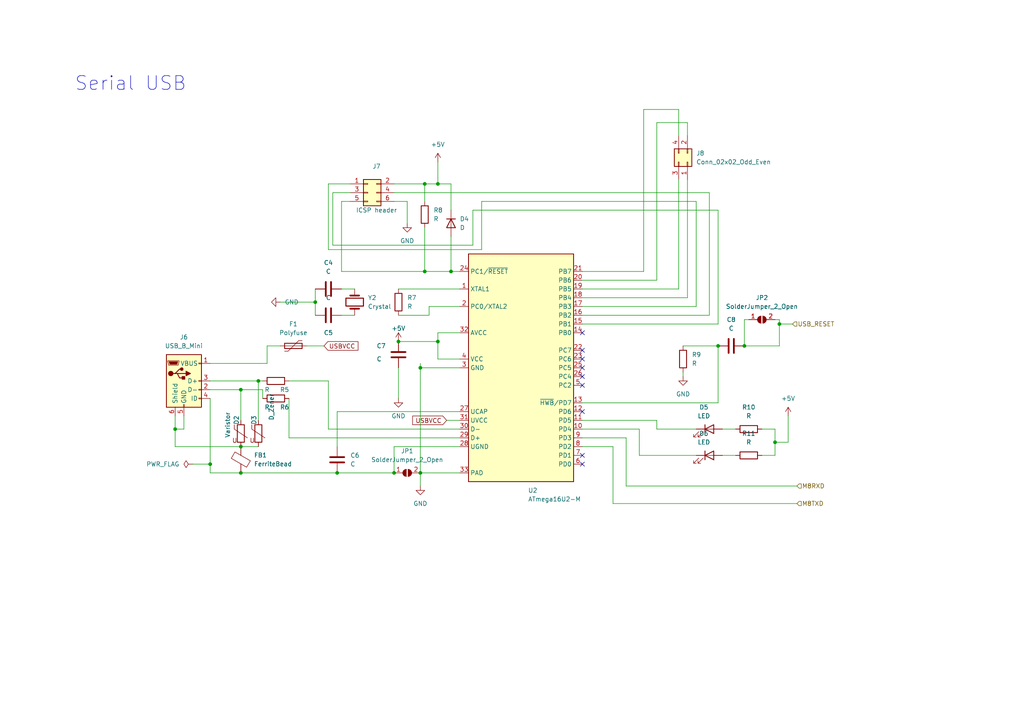
<source format=kicad_sch>
(kicad_sch (version 20211123) (generator eeschema)
  (paper "A4")
  (lib_symbols
    (symbol "Connector:USB_B_Mini" (pin_names (offset 1.016))
      (property "Reference" "J" (at -5.08 11.43 0))
      (property "Value" "USB_B_Mini" (at -5.08 8.89 0))
      (symbol "USB_B_Mini_0_1"
        (rectangle (start -5.08 -7.62) (end 5.08 7.62) (stroke (width 0.254)) (fill (type background)))
        (circle (center -3.81 2.159) (radius 0.635) (stroke (width 0.254)) (fill (type outline)))
        (circle (center -0.635 3.429) (radius 0.381) (stroke (width 0.254)) (fill (type outline)))
        (rectangle (start -0.127 -7.62) (end 0.127 -6.858))
        (polyline (pts (xy -1.905 2.159) (xy 0.635 2.159)) (stroke (width 0.254)))
        (polyline (pts (xy -3.175 2.159) (xy -2.54 2.159) (xy -1.27 3.429) (xy -0.635 3.429)) (stroke (width 0.254)))
        (polyline (pts (xy -2.54 2.159) (xy -1.905 2.159) (xy -1.27 0.889) (xy 0 0.889)) (stroke (width 0.254)))
        (polyline (pts (xy 0.635 2.794) (xy 0.635 1.524) (xy 1.905 2.159) (xy 0.635 2.794)) (stroke (width 0.254)) (fill (type outline)))
        (polyline (pts (xy -4.318 5.588) (xy -1.778 5.588) (xy -2.032 4.826) (xy -4.064 4.826) (xy -4.318 5.588)) (fill (type outline)))
        (polyline (pts (xy -4.699 5.842) (xy -4.699 5.588) (xy -4.445 4.826) (xy -4.445 4.572) (xy -1.651 4.572) (xy -1.651 4.826) (xy -1.397 5.588) (xy -1.397 5.842) (xy -4.699 5.842)))
        (rectangle (start 0.254 1.27) (end -0.508 0.508) (stroke (width 0.254)) (fill (type outline)))
        (rectangle (start 5.08 -5.207) (end 4.318 -4.953))
        (rectangle (start 5.08 -2.667) (end 4.318 -2.413))
        (rectangle (start 5.08 -0.127) (end 4.318 0.127))
        (rectangle (start 5.08 4.953) (end 4.318 5.207))
      )
      (symbol "USB_B_Mini_1_1"
        (pin power_out line (at 7.62 5.08 180) (length 2.54) (name "VBUS") (number "1"))
        (pin bidirectional line (at 7.62 -2.54 180) (length 2.54) (name "D-") (number "2"))
        (pin bidirectional line (at 7.62 0 180) (length 2.54) (name "D+") (number "3"))
        (pin passive line (at 7.62 -5.08 180) (length 2.54) (name "ID") (number "4"))
        (pin power_out line (at 0 -10.16 90) (length 2.54) (name "GND") (number "5"))
        (pin passive line (at -2.54 -10.16 90) (length 2.54) (name "Shield") (number "6"))
      )
    )
    (symbol "Connector_Generic:Conn_02x02_Odd_Even" (pin_names (offset 1.016) hide)
      (property "Reference" "J" (at 1.27 2.54 0))
      (property "Value" "Conn_02x02_Odd_Even" (at 1.27 -5.08 0))
      (symbol "Conn_02x02_Odd_Even_1_1"
        (rectangle (start -1.27 -2.413) (end 0 -2.667) (stroke (width 0.1524)))
        (rectangle (start -1.27 0.127) (end 0 -0.127) (stroke (width 0.1524)))
        (rectangle (start -1.27 1.27) (end 3.81 -3.81) (stroke (width 0.254)) (fill (type background)))
        (rectangle (start 3.81 -2.413) (end 2.54 -2.667) (stroke (width 0.1524)))
        (rectangle (start 3.81 0.127) (end 2.54 -0.127) (stroke (width 0.1524)))
        (pin passive line (at -5.08 0 0) (length 3.81) (name "Pin_1") (number "1"))
        (pin passive line (at 7.62 0 180) (length 3.81) (name "Pin_2") (number "2"))
        (pin passive line (at -5.08 -2.54 0) (length 3.81) (name "Pin_3") (number "3"))
        (pin passive line (at 7.62 -2.54 180) (length 3.81) (name "Pin_4") (number "4"))
      )
    )
    (symbol "Connector_Generic:Conn_02x03_Odd_Even" (pin_names (offset 1.016) hide)
      (property "Reference" "J" (at 1.27 5.08 0))
      (property "Value" "Conn_02x03_Odd_Even" (at 1.27 -5.08 0))
      (symbol "Conn_02x03_Odd_Even_1_1"
        (rectangle (start -1.27 -2.413) (end 0 -2.667) (stroke (width 0.1524)))
        (rectangle (start -1.27 0.127) (end 0 -0.127) (stroke (width 0.1524)))
        (rectangle (start -1.27 2.667) (end 0 2.413) (stroke (width 0.1524)))
        (rectangle (start -1.27 3.81) (end 3.81 -3.81) (stroke (width 0.254)) (fill (type background)))
        (rectangle (start 3.81 -2.413) (end 2.54 -2.667) (stroke (width 0.1524)))
        (rectangle (start 3.81 0.127) (end 2.54 -0.127) (stroke (width 0.1524)))
        (rectangle (start 3.81 2.667) (end 2.54 2.413) (stroke (width 0.1524)))
        (pin passive line (at -5.08 2.54 0) (length 3.81) (name "Pin_1") (number "1"))
        (pin passive line (at 7.62 2.54 180) (length 3.81) (name "Pin_2") (number "2"))
        (pin passive line (at -5.08 0 0) (length 3.81) (name "Pin_3") (number "3"))
        (pin passive line (at 7.62 0 180) (length 3.81) (name "Pin_4") (number "4"))
        (pin passive line (at -5.08 -2.54 0) (length 3.81) (name "Pin_5") (number "5"))
        (pin passive line (at 7.62 -2.54 180) (length 3.81) (name "Pin_6") (number "6"))
      )
    )
    (symbol "Device:C" (pin_numbers hide) (pin_names (offset 0.254))
      (property "Reference" "C" (at 0.635 2.54 0))
      (property "Value" "C" (at 0.635 -2.54 0))
      (symbol "C_0_1"
        (polyline (pts (xy -2.032 -0.762) (xy 2.032 -0.762)) (stroke (width 0.508)))
        (polyline (pts (xy -2.032 0.762) (xy 2.032 0.762)) (stroke (width 0.508)))
      )
      (symbol "C_1_1"
        (pin passive line (at 0 3.81 270) (length 2.794) (name "~") (number "1"))
        (pin passive line (at 0 -3.81 90) (length 2.794) (name "~") (number "2"))
      )
    )
    (symbol "Device:Crystal" (pin_numbers hide) (pin_names (offset 1.016) hide)
      (property "Reference" "Y" (at 0 3.81 0))
      (property "Value" "Crystal" (at 0 -3.81 0))
      (symbol "Crystal_0_1"
        (rectangle (start -1.143 2.54) (end 1.143 -2.54) (stroke (width 0.3048)))
        (polyline (pts (xy -2.54 0) (xy -1.905 0)))
        (polyline (pts (xy -1.905 -1.27) (xy -1.905 1.27)) (stroke (width 0.508)))
        (polyline (pts (xy 1.905 -1.27) (xy 1.905 1.27)) (stroke (width 0.508)))
        (polyline (pts (xy 2.54 0) (xy 1.905 0)))
      )
      (symbol "Crystal_1_1"
        (pin passive line (at -3.81 0 0) (length 1.27) (name "1") (number "1"))
        (pin passive line (at 3.81 0 180) (length 1.27) (name "2") (number "2"))
      )
    )
    (symbol "Device:D" (pin_numbers hide) (pin_names (offset 1.016) hide)
      (property "Reference" "D" (at 0 2.54 0))
      (property "Value" "D" (at 0 -2.54 0))
      (symbol "D_0_1"
        (polyline (pts (xy -1.27 1.27) (xy -1.27 -1.27)) (stroke (width 0.254)))
        (polyline (pts (xy 1.27 0) (xy -1.27 0)))
        (polyline (pts (xy 1.27 1.27) (xy 1.27 -1.27) (xy -1.27 0) (xy 1.27 1.27)) (stroke (width 0.254)))
      )
      (symbol "D_1_1"
        (pin passive line (at -3.81 0 0) (length 2.54) (name "K") (number "1"))
        (pin passive line (at 3.81 0 180) (length 2.54) (name "A") (number "2"))
      )
    )
    (symbol "Device:FerriteBead" (pin_numbers hide) (pin_names (offset 0))
      (property "Reference" "FB" (at -3.81 0.635 90))
      (property "Value" "FerriteBead" (at 3.81 0 90))
      (symbol "FerriteBead_0_1"
        (polyline (pts (xy 0 -1.27) (xy 0 -1.2192)))
        (polyline (pts (xy 0 1.27) (xy 0 1.2954)))
        (polyline (pts (xy -2.7686 0.4064) (xy -1.7018 2.2606) (xy 2.7686 -0.3048) (xy 1.6764 -2.159) (xy -2.7686 0.4064)))
      )
      (symbol "FerriteBead_1_1"
        (pin passive line (at 0 3.81 270) (length 2.54) (name "~") (number "1"))
        (pin passive line (at 0 -3.81 90) (length 2.54) (name "~") (number "2"))
      )
    )
    (symbol "Device:LED" (pin_numbers hide) (pin_names (offset 1.016) hide)
      (property "Reference" "D" (at 0 2.54 0))
      (property "Value" "LED" (at 0 -2.54 0))
      (symbol "LED_0_1"
        (polyline (pts (xy -1.27 -1.27) (xy -1.27 1.27)) (stroke (width 0.254)))
        (polyline (pts (xy -1.27 0) (xy 1.27 0)))
        (polyline (pts (xy 1.27 -1.27) (xy 1.27 1.27) (xy -1.27 0) (xy 1.27 -1.27)) (stroke (width 0.254)))
        (polyline (pts (xy -3.048 -0.762) (xy -4.572 -2.286) (xy -3.81 -2.286) (xy -4.572 -2.286) (xy -4.572 -1.524)))
        (polyline (pts (xy -1.778 -0.762) (xy -3.302 -2.286) (xy -2.54 -2.286) (xy -3.302 -2.286) (xy -3.302 -1.524)))
      )
      (symbol "LED_1_1"
        (pin passive line (at -3.81 0 0) (length 2.54) (name "K") (number "1"))
        (pin passive line (at 3.81 0 180) (length 2.54) (name "A") (number "2"))
      )
    )
    (symbol "Device:Polyfuse" (pin_numbers hide) (pin_names (offset 0))
      (property "Reference" "F" (at -2.54 0 90))
      (property "Value" "Polyfuse" (at 2.54 0 90))
      (symbol "Polyfuse_0_1"
        (rectangle (start -0.762 2.54) (end 0.762 -2.54) (stroke (width 0.254)))
        (polyline (pts (xy 0 2.54) (xy 0 -2.54)))
        (polyline (pts (xy -1.524 2.54) (xy -1.524 1.524) (xy 1.524 -1.524) (xy 1.524 -2.54)))
      )
      (symbol "Polyfuse_1_1"
        (pin passive line (at 0 3.81 270) (length 1.27) (name "~") (number "1"))
        (pin passive line (at 0 -3.81 90) (length 1.27) (name "~") (number "2"))
      )
    )
    (symbol "Device:R" (pin_numbers hide) (pin_names (offset 0))
      (property "Reference" "R" (at 2.032 0 90))
      (property "Value" "R" (at 0 0 90))
      (symbol "R_0_1"
        (rectangle (start -1.016 -2.54) (end 1.016 2.54) (stroke (width 0.254)))
      )
      (symbol "R_1_1"
        (pin passive line (at 0 3.81 270) (length 1.27) (name "~") (number "1"))
        (pin passive line (at 0 -3.81 90) (length 1.27) (name "~") (number "2"))
      )
    )
    (symbol "Device:Varistor" (pin_numbers hide) (pin_names (offset 0))
      (property "Reference" "RV" (at 3.175 0 90))
      (property "Value" "Varistor" (at -3.175 0 90))
      (symbol "Varistor_0_0"
        (text "U" (at -1.778 -2.032 0) (effects (font (size 1.27 1.27))))
      )
      (symbol "Varistor_0_1"
        (rectangle (start -1.016 -2.54) (end 1.016 2.54) (stroke (width 0.254)))
        (polyline (pts (xy -1.905 2.54) (xy -1.905 1.27) (xy 1.905 -1.27)))
      )
      (symbol "Varistor_1_1"
        (pin passive line (at 0 3.81 270) (length 1.27) (name "~") (number "1"))
        (pin passive line (at 0 -3.81 90) (length 1.27) (name "~") (number "2"))
      )
    )
    (symbol "Jumper:SolderJumper_2_Open" (pin_names (offset 0) hide)
      (property "Reference" "JP" (at 0 2.032 0))
      (property "Value" "SolderJumper_2_Open" (at 0 -2.54 0))
      (symbol "SolderJumper_2_Open_0_1"
        (arc (start -0.254 1.016) (mid -1.27 0) (end -0.254 -1.016))
        (arc (start -0.254 1.016) (mid -1.27 0) (end -0.254 -1.016) (fill (type outline)))
        (polyline (pts (xy -0.254 1.016) (xy -0.254 -1.016)))
        (polyline (pts (xy 0.254 1.016) (xy 0.254 -1.016)))
        (arc (start 0.254 -1.016) (mid 1.27 0) (end 0.254 1.016))
        (arc (start 0.254 -1.016) (mid 1.27 0) (end 0.254 1.016) (fill (type outline)))
      )
      (symbol "SolderJumper_2_Open_1_1"
        (pin passive line (at -3.81 0 0) (length 2.54) (name "A") (number "1"))
        (pin passive line (at 3.81 0 180) (length 2.54) (name "B") (number "2"))
      )
    )
    (symbol "MCU_Microchip_ATmega:ATmega16U2-M"
      (property "Reference" "U?" (at 2.0194 -35.56 0))
      (property "Value" "ATmega16U2-M" (at 2.0194 -38.1 0))
      (symbol "ATmega16U2-M_0_1"
        (rectangle (start -15.24 -33.02) (end 15.24 33.02) (stroke (width 0.254)) (fill (type background)))
      )
      (symbol "ATmega16U2-M_1_1"
        (pin input line (at -17.78 22.86 0) (length 2.54) (name "XTAL1") (number "1"))
        (pin bidirectional line (at 17.78 -17.78 180) (length 2.54) (name "PD4") (number "10"))
        (pin bidirectional line (at 17.78 -15.24 180) (length 2.54) (name "PD5") (number "11"))
        (pin bidirectional line (at 17.78 -12.7 180) (length 2.54) (name "PD6") (number "12"))
        (pin bidirectional line (at 17.78 -10.16 180) (length 2.54) (name "~{HWB}/PD7") (number "13"))
        (pin bidirectional line (at 17.78 10.16 180) (length 2.54) (name "PB0") (number "14"))
        (pin bidirectional line (at 17.78 12.7 180) (length 2.54) (name "PB1") (number "15"))
        (pin bidirectional line (at 17.78 15.24 180) (length 2.54) (name "PB2") (number "16"))
        (pin bidirectional line (at 17.78 17.78 180) (length 2.54) (name "PB3") (number "17"))
        (pin bidirectional line (at 17.78 20.32 180) (length 2.54) (name "PB4") (number "18"))
        (pin bidirectional line (at 17.78 22.86 180) (length 2.54) (name "PB5") (number "19"))
        (pin bidirectional line (at -17.78 17.78 0) (length 2.54) (name "PC0/XTAL2") (number "2"))
        (pin bidirectional line (at 17.78 25.4 180) (length 2.54) (name "PB6") (number "20"))
        (pin bidirectional line (at 17.78 27.94 180) (length 2.54) (name "PB7") (number "21"))
        (pin bidirectional line (at 17.78 5.08 180) (length 2.54) (name "PC7") (number "22"))
        (pin bidirectional line (at 17.78 2.54 180) (length 2.54) (name "PC6") (number "23"))
        (pin bidirectional line (at -17.78 27.94 0) (length 2.54) (name "PC1/~{RESET}") (number "24"))
        (pin bidirectional line (at 17.78 0 180) (length 2.54) (name "PC5") (number "25"))
        (pin bidirectional line (at 17.78 -2.54 180) (length 2.54) (name "PC4") (number "26"))
        (pin passive line (at -17.78 -12.7 0) (length 2.54) (name "UCAP") (number "27"))
        (pin power_in line (at -17.78 -22.86 0) (length 2.54) (name "UGND") (number "28"))
        (pin bidirectional line (at -17.78 -20.32 0) (length 2.54) (name "D+") (number "29"))
        (pin power_in line (at -17.78 0 0) (length 2.54) (name "GND") (number "3"))
        (pin bidirectional line (at -17.78 -17.78 0) (length 2.54) (name "D-") (number "30"))
        (pin power_in line (at -17.78 -15.24 0) (length 2.54) (name "UVCC") (number "31"))
        (pin power_in line (at -17.78 10.16 0) (length 2.54) (name "AVCC") (number "32"))
        (pin passive line (at -17.78 -30.48 0) (length 2.54) (name "PAD") (number "33"))
        (pin power_in line (at -17.78 2.54 0) (length 2.54) (name "VCC") (number "4"))
        (pin bidirectional line (at 17.78 -5.08 180) (length 2.54) (name "PC2") (number "5"))
        (pin bidirectional line (at 17.78 -27.94 180) (length 2.54) (name "PD0") (number "6"))
        (pin bidirectional line (at 17.78 -25.4 180) (length 2.54) (name "PD1") (number "7"))
        (pin bidirectional line (at 17.78 -22.86 180) (length 2.54) (name "PD2") (number "8"))
        (pin bidirectional line (at 17.78 -20.32 180) (length 2.54) (name "PD3") (number "9"))
      )
    )
    (symbol "power:+5V" (power) (pin_names (offset 0))
      (property "Value" "+5V" (at 0 3.556 0))
      (symbol "+5V_0_1"
        (polyline (pts (xy -0.762 1.27) (xy 0 2.54)))
        (polyline (pts (xy 0 0) (xy 0 2.54)))
        (polyline (pts (xy 0 2.54) (xy 0.762 1.27)))
      )
      (symbol "+5V_1_1"
        (pin power_in line (at 0 0 90) (length 0) hide (name "+5V") (number "1"))
      )
    )
    (symbol "power:GND" (power) (pin_names (offset 0))
      (property "Value" "GND" (at 0 -3.81 0))
      (symbol "GND_0_1"
        (polyline (pts (xy 0 0) (xy 0 -1.27) (xy 1.27 -1.27) (xy 0 -2.54) (xy -1.27 -1.27) (xy 0 -1.27)))
      )
      (symbol "GND_1_1"
        (pin power_in line (at 0 0 270) (length 0) hide (name "GND") (number "1"))
      )
    )
    (symbol "power:PWR_FLAG" (power) (pin_numbers hide) (pin_names (offset 0) hide)
      (property "Value" "PWR_FLAG" (at 0 3.81 0))
      (symbol "PWR_FLAG_0_0"
        (pin power_out line (at 0 0 90) (length 0) (name "pwr") (number "1"))
      )
      (symbol "PWR_FLAG_0_1"
        (polyline (pts (xy 0 0) (xy 0 1.27) (xy -1.016 1.905) (xy 0 2.54) (xy 1.016 1.905) (xy 0 1.27)))
      )
    )
  )
  (junction (at 69.85 129.54))
  (junction (at 50.8 124.46))
  (junction (at 97.79 137.16))
  (junction (at 91.44 87.63))
  (junction (at 130.81 78.74))
  (junction (at 224.79 128.27))
  (junction (at 208.28 100.33))
  (junction (at 127 99.06))
  (junction (at 121.92 137.16))
  (junction (at 123.19 78.74))
  (junction (at 69.85 137.16))
  (junction (at 127 53.34))
  (junction (at 226.06 93.98))
  (junction (at 123.19 53.34))
  (junction (at 115.57 99.06))
  (junction (at 215.9 100.33))
  (junction (at 60.96 134.62))
  (junction (at 114.3 137.16))
  (junction (at 74.93 110.49))
  (junction (at 69.85 113.03))
  (junction (at 121.92 106.68))
  (no_connect (at 168.91 109.22))
  (no_connect (at 168.91 111.76))
  (no_connect (at 168.91 106.68))
  (no_connect (at 168.91 96.52))
  (no_connect (at 168.91 101.6))
  (no_connect (at 168.91 104.14))
  (no_connect (at 168.91 119.38))
  (no_connect (at 168.91 132.08))
  (no_connect (at 168.91 134.62))
  (wire (pts (xy 95.25 110.49) (xy 95.25 124.46)))
  (wire (pts (xy 177.8 146.05) (xy 231.14 146.05)))
  (wire (pts (xy 101.6 53.34) (xy 95.25 53.34)))
  (wire (pts (xy 137.16 60.96) (xy 137.16 71.12)))
  (wire (pts (xy 213.36 132.08) (xy 209.55 132.08)))
  (wire (pts (xy 213.36 124.46) (xy 209.55 124.46)))
  (wire (pts (xy 97.79 129.54) (xy 97.79 119.38)))
  (wire (pts (xy 121.92 137.16) (xy 133.35 137.16)))
  (wire (pts (xy 124.46 91.44) (xy 124.46 88.9)))
  (wire (pts (xy 60.96 137.16) (xy 69.85 137.16)))
  (wire (pts (xy 127 96.52) (xy 127 99.06)))
  (wire (pts (xy 168.91 91.44) (xy 205.74 91.44)))
  (wire (pts (xy 168.91 116.84) (xy 208.28 116.84)))
  (wire (pts (xy 199.39 52.07) (xy 199.39 86.36)))
  (wire (pts (xy 121.92 140.97) (xy 121.92 137.16)))
  (wire (pts (xy 168.91 124.46) (xy 185.42 124.46)))
  (wire (pts (xy 50.8 129.54) (xy 69.85 129.54)))
  (wire (pts (xy 118.11 58.42) (xy 118.11 64.77)))
  (wire (pts (xy 133.35 96.52) (xy 127 96.52)))
  (wire (pts (xy 139.7 72.39) (xy 139.7 58.42)))
  (wire (pts (xy 215.9 92.71) (xy 217.17 92.71)))
  (wire (pts (xy 181.61 140.97) (xy 231.14 140.97)))
  (wire (pts (xy 196.85 83.82) (xy 196.85 52.07)))
  (wire (pts (xy 81.28 100.33) (xy 77.47 100.33)))
  (wire (pts (xy 224.79 124.46) (xy 224.79 128.27)))
  (wire (pts (xy 215.9 100.33) (xy 226.06 100.33)))
  (wire (pts (xy 123.19 53.34) (xy 127 53.34)))
  (wire (pts (xy 224.79 92.71) (xy 226.06 92.71)))
  (wire (pts (xy 127 99.06) (xy 127 104.14)))
  (wire (pts (xy 190.5 121.92) (xy 190.5 124.46)))
  (wire (pts (xy 226.06 93.98) (xy 226.06 92.71)))
  (wire (pts (xy 196.85 31.75) (xy 196.85 39.37)))
  (wire (pts (xy 205.74 55.88) (xy 205.74 91.44)))
  (wire (pts (xy 123.19 66.04) (xy 123.19 78.74)))
  (wire (pts (xy 91.44 87.63) (xy 91.44 91.44)))
  (wire (pts (xy 133.35 78.74) (xy 130.81 78.74)))
  (wire (pts (xy 60.96 105.41) (xy 77.47 105.41)))
  (wire (pts (xy 83.82 110.49) (xy 95.25 110.49)))
  (wire (pts (xy 53.34 124.46) (xy 50.8 124.46)))
  (wire (pts (xy 168.91 127) (xy 181.61 127)))
  (wire (pts (xy 168.91 93.98) (xy 208.28 93.98)))
  (wire (pts (xy 77.47 100.33) (xy 77.47 105.41)))
  (wire (pts (xy 137.16 71.12) (xy 96.52 71.12)))
  (wire (pts (xy 124.46 88.9) (xy 133.35 88.9)))
  (wire (pts (xy 121.92 105.41) (xy 121.92 106.68)))
  (wire (pts (xy 201.93 88.9) (xy 168.91 88.9)))
  (wire (pts (xy 115.57 106.68) (xy 115.57 115.57)))
  (wire (pts (xy 115.57 83.82) (xy 133.35 83.82)))
  (wire (pts (xy 224.79 128.27) (xy 224.79 132.08)))
  (wire (pts (xy 114.3 53.34) (xy 123.19 53.34)))
  (wire (pts (xy 208.28 60.96) (xy 137.16 60.96)))
  (wire (pts (xy 190.5 81.28) (xy 168.91 81.28)))
  (wire (pts (xy 130.81 60.96) (xy 130.81 53.34)))
  (wire (pts (xy 114.3 58.42) (xy 118.11 58.42)))
  (wire (pts (xy 139.7 58.42) (xy 201.93 58.42)))
  (wire (pts (xy 91.44 83.82) (xy 91.44 87.63)))
  (wire (pts (xy 114.3 137.16) (xy 114.3 129.54)))
  (wire (pts (xy 81.28 87.63) (xy 91.44 87.63)))
  (wire (pts (xy 53.34 120.65) (xy 53.34 124.46)))
  (wire (pts (xy 127 104.14) (xy 133.35 104.14)))
  (wire (pts (xy 130.81 68.58) (xy 130.81 78.74)))
  (wire (pts (xy 95.25 72.39) (xy 139.7 72.39)))
  (wire (pts (xy 226.06 100.33) (xy 226.06 93.98)))
  (wire (pts (xy 123.19 58.42) (xy 123.19 53.34)))
  (wire (pts (xy 69.85 137.16) (xy 97.79 137.16)))
  (wire (pts (xy 123.19 78.74) (xy 99.06 78.74)))
  (wire (pts (xy 185.42 124.46) (xy 185.42 132.08)))
  (wire (pts (xy 226.06 93.98) (xy 229.87 93.98)))
  (wire (pts (xy 181.61 127) (xy 181.61 140.97)))
  (wire (pts (xy 220.98 124.46) (xy 224.79 124.46)))
  (wire (pts (xy 208.28 100.33) (xy 208.28 116.84)))
  (wire (pts (xy 96.52 55.88) (xy 101.6 55.88)))
  (wire (pts (xy 60.96 113.03) (xy 69.85 113.03)))
  (wire (pts (xy 50.8 120.65) (xy 50.8 124.46)))
  (wire (pts (xy 190.5 35.56) (xy 190.5 81.28)))
  (wire (pts (xy 130.81 78.74) (xy 123.19 78.74)))
  (wire (pts (xy 208.28 93.98) (xy 208.28 60.96)))
  (wire (pts (xy 199.39 86.36) (xy 168.91 86.36)))
  (wire (pts (xy 168.91 83.82) (xy 196.85 83.82)))
  (wire (pts (xy 114.3 129.54) (xy 133.35 129.54)))
  (wire (pts (xy 199.39 39.37) (xy 199.39 35.56)))
  (wire (pts (xy 199.39 35.56) (xy 190.5 35.56)))
  (wire (pts (xy 127 46.99) (xy 127 53.34)))
  (wire (pts (xy 185.42 132.08) (xy 201.93 132.08)))
  (wire (pts (xy 93.98 100.33) (xy 88.9 100.33)))
  (wire (pts (xy 99.06 78.74) (xy 99.06 58.42)))
  (wire (pts (xy 190.5 124.46) (xy 201.93 124.46)))
  (wire (pts (xy 215.9 92.71) (xy 215.9 100.33)))
  (wire (pts (xy 228.6 120.65) (xy 228.6 128.27)))
  (wire (pts (xy 83.82 115.57) (xy 83.82 127)))
  (wire (pts (xy 186.69 78.74) (xy 186.69 31.75)))
  (wire (pts (xy 228.6 128.27) (xy 224.79 128.27)))
  (wire (pts (xy 224.79 132.08) (xy 220.98 132.08)))
  (wire (pts (xy 186.69 31.75) (xy 196.85 31.75)))
  (wire (pts (xy 168.91 121.92) (xy 190.5 121.92)))
  (wire (pts (xy 121.92 106.68) (xy 121.92 137.16)))
  (wire (pts (xy 168.91 129.54) (xy 177.8 129.54)))
  (wire (pts (xy 55.88 134.62) (xy 60.96 134.62)))
  (wire (pts (xy 198.12 100.33) (xy 208.28 100.33)))
  (wire (pts (xy 96.52 71.12) (xy 96.52 55.88)))
  (wire (pts (xy 95.25 53.34) (xy 95.25 72.39)))
  (wire (pts (xy 99.06 91.44) (xy 102.87 91.44)))
  (wire (pts (xy 69.85 129.54) (xy 74.93 129.54)))
  (wire (pts (xy 97.79 119.38) (xy 133.35 119.38)))
  (wire (pts (xy 115.57 99.06) (xy 127 99.06)))
  (wire (pts (xy 95.25 124.46) (xy 133.35 124.46)))
  (wire (pts (xy 69.85 113.03) (xy 69.85 121.92)))
  (wire (pts (xy 129.54 121.92) (xy 133.35 121.92)))
  (wire (pts (xy 198.12 109.22) (xy 198.12 107.95)))
  (wire (pts (xy 76.2 113.03) (xy 76.2 115.57)))
  (wire (pts (xy 60.96 110.49) (xy 74.93 110.49)))
  (wire (pts (xy 114.3 55.88) (xy 205.74 55.88)))
  (wire (pts (xy 127 53.34) (xy 130.81 53.34)))
  (wire (pts (xy 60.96 115.57) (xy 60.96 134.62)))
  (wire (pts (xy 74.93 121.92) (xy 74.93 110.49)))
  (wire (pts (xy 99.06 58.42) (xy 101.6 58.42)))
  (wire (pts (xy 133.35 106.68) (xy 121.92 106.68)))
  (wire (pts (xy 97.79 137.16) (xy 114.3 137.16)))
  (wire (pts (xy 74.93 110.49) (xy 76.2 110.49)))
  (wire (pts (xy 50.8 124.46) (xy 50.8 129.54)))
  (wire (pts (xy 60.96 134.62) (xy 60.96 137.16)))
  (wire (pts (xy 168.91 78.74) (xy 186.69 78.74)))
  (wire (pts (xy 115.57 91.44) (xy 124.46 91.44)))
  (wire (pts (xy 69.85 113.03) (xy 76.2 113.03)))
  (wire (pts (xy 99.06 83.82) (xy 102.87 83.82)))
  (wire (pts (xy 201.93 58.42) (xy 201.93 88.9)))
  (wire (pts (xy 177.8 129.54) (xy 177.8 146.05)))
  (wire (pts (xy 83.82 127) (xy 133.35 127)))
  (text "Serial USB " (at 21.59 26.67 0) (effects (font (size 4 4)) (justify left bottom)))
  (global_label "USBVCC" (shape input) (at 93.98 100.33 0) (property "Intersheet References" "${INTERSHEET_REFS}" (effects hide)))
  (global_label "USBVCC" (shape input) (at 129.54 121.92 180) (property "Intersheet References" "${INTERSHEET_REFS}" (effects hide)))
  (hierarchical_label "M8TXD" (shape input) (at 231.14 146.05 0))
  (hierarchical_label "M8RXD" (shape input) (at 231.14 140.97 0))
  (hierarchical_label "USB_RESET" (shape input) (at 229.87 93.98 0))
  (symbol (lib_id "Device:LED") (at 205.74 124.46 0) (unit 1)
    (property "Reference" "D5" (at 204.1525 118.11 0))
    (property "Value" "LED" (at 204.1525 120.65 0))
  )
  (symbol (lib_id "Device:LED") (at 205.74 132.08 0) (unit 1)
    (property "Reference" "D6" (at 204.1525 125.73 0))
    (property "Value" "LED" (at 204.1525 128.27 0))
  )
  (symbol (lib_id "power:GND") (at 81.28 87.63 270) (unit 1)
    (property "Reference" "#PWR013" (effects hide))
    (property "Value" "GND" (at 82.55 87.6299 90) (effects (justify left)))
  )
  (symbol (lib_id "Jumper:SolderJumper_2_Open") (at 220.98 92.71 0) (unit 1)
    (property "Reference" "JP2" (at 220.98 86.36 0))
    (property "Value" "SolderJumper_2_Open" (at 220.98 88.9 0))
  )
  (symbol (lib_id "Device:R") (at 80.01 110.49 90) (unit 1)
    (property "Reference" "R5" (at 82.55 113.03 90))
    (property "Value" "R" (at 77.47 113.03 90))
  )
  (symbol (lib_id "Device:C") (at 95.25 91.44 90) (unit 1)
    (property "Reference" "C5" (at 95.25 96.52 90))
    (property "Value" "C" (at 95.25 86.36 90))
  )
  (symbol (lib_id "Device:R") (at 217.17 132.08 90) (unit 1)
    (property "Reference" "R11" (at 217.17 125.73 90))
    (property "Value" "R" (at 217.17 128.27 90))
  )
  (symbol (lib_id "power:GND") (at 121.92 140.97 0) (unit 1)
    (property "Reference" "#PWR017" (effects hide))
    (property "Value" "GND" (at 121.92 146.05 0))
  )
  (symbol (lib_id "power:GND") (at 115.57 115.57 0) (unit 1)
    (property "Reference" "#PWR015" (effects hide))
    (property "Value" "GND" (at 115.57 120.65 0))
  )
  (symbol (lib_id "Device:Varistor") (at 74.93 125.73 0) (unit 1)
    (property "Reference" "D3" (at 73.6599 123.19 90) (effects (justify left)))
    (property "Value" "D_Zener" (at 78.74 121.92 90) (effects (justify left)))
  )
  (symbol (lib_id "Device:R") (at 217.17 124.46 90) (unit 1)
    (property "Reference" "R10" (at 217.17 118.11 90))
    (property "Value" "R" (at 217.17 120.65 90))
  )
  (symbol (lib_id "Connector_Generic:Conn_02x03_Odd_Even") (at 106.68 55.88 0) (unit 1)
    (property "Reference" "J7" (at 109.22 48.26 0))
    (property "Value" "ICSP header" (at 109.22 60.96 0))
  )
  (symbol (lib_id "Device:Crystal") (at 102.87 87.63 90) (unit 1)
    (property "Reference" "Y2" (at 106.68 86.3599 90) (effects (justify right)))
    (property "Value" "Crystal" (at 106.68 88.8999 90) (effects (justify right)))
  )
  (symbol (lib_id "Device:D") (at 130.81 64.77 270) (unit 1)
    (property "Reference" "D4" (at 133.35 63.4999 90) (effects (justify left)))
    (property "Value" "D" (at 133.35 66.0399 90) (effects (justify left)))
  )
  (symbol (lib_id "Device:FerriteBead") (at 69.85 133.35 0) (unit 1)
    (property "Reference" "FB1" (at 73.66 132.0291 0) (effects (justify left)))
    (property "Value" "FerriteBead" (at 73.66 134.5691 0) (effects (justify left)))
  )
  (symbol (lib_id "Device:C") (at 97.79 133.35 0) (unit 1)
    (property "Reference" "C6" (at 101.6 132.0799 0) (effects (justify left)))
    (property "Value" "C" (at 101.6 134.6199 0) (effects (justify left)))
  )
  (symbol (lib_id "power:+5V") (at 115.57 99.06 0) (unit 1)
    (property "Reference" "#PWR014" (effects hide))
    (property "Value" "+5V" (at 115.57 95.25 0))
  )
  (symbol (lib_id "power:+5V") (at 127 46.99 0) (unit 1)
    (property "Reference" "#PWR018" (effects hide))
    (property "Value" "+5V" (at 127 41.91 0))
  )
  (symbol (lib_id "Device:R") (at 198.12 104.14 0) (unit 1)
    (property "Reference" "R9" (at 200.66 102.8699 0) (effects (justify left)))
    (property "Value" "R" (at 200.66 105.4099 0) (effects (justify left)))
  )
  (symbol (lib_id "Device:R") (at 115.57 87.63 0) (unit 1)
    (property "Reference" "R7" (at 118.11 86.3599 0) (effects (justify left)))
    (property "Value" "R" (at 118.11 88.8999 0) (effects (justify left)))
  )
  (symbol (lib_id "Device:C") (at 95.25 83.82 90) (unit 1)
    (property "Reference" "C4" (at 95.25 76.2 90))
    (property "Value" "C" (at 95.25 78.74 90))
  )
  (symbol (lib_id "Jumper:SolderJumper_2_Open") (at 118.11 137.16 0) (unit 1)
    (property "Reference" "JP1" (at 118.11 130.81 0))
    (property "Value" "SolderJumper_2_Open" (at 118.11 133.35 0))
  )
  (symbol (lib_id "power:GND") (at 198.12 109.22 0) (unit 1)
    (property "Reference" "#PWR019" (effects hide))
    (property "Value" "GND" (at 198.12 114.3 0))
  )
  (symbol (lib_id "Device:Varistor") (at 69.85 125.73 0) (unit 1)
    (property "Reference" "D2" (at 68.5799 123.19 90) (effects (justify left)))
    (property "Value" "Varistor" (at 66.04 127 90) (effects (justify left)))
  )
  (symbol (lib_id "power:+5V") (at 228.6 120.65 0) (unit 1)
    (property "Reference" "#PWR020" (effects hide))
    (property "Value" "+5V" (at 228.6 115.57 0))
  )
  (symbol (lib_id "Device:C") (at 212.09 100.33 90) (unit 1)
    (property "Reference" "C8" (at 212.09 92.71 90))
    (property "Value" "C" (at 212.09 95.25 90))
  )
  (symbol (lib_id "power:GND") (at 118.11 64.77 0) (unit 1)
    (property "Reference" "#PWR016" (effects hide))
    (property "Value" "GND" (at 118.11 69.85 0))
  )
  (symbol (lib_id "Device:R") (at 123.19 62.23 0) (unit 1)
    (property "Reference" "R8" (at 125.73 60.9599 0) (effects (justify left)))
    (property "Value" "R" (at 125.73 63.4999 0) (effects (justify left)))
  )
  (symbol (lib_id "MCU_Microchip_ATmega:ATmega16U2-M") (at 151.13 106.68 0) (unit 1)
    (property "Reference" "U2" (at 153.1494 142.24 0) (effects (justify left)))
    (property "Value" "ATmega16U2-M" (at 153.1494 144.78 0) (effects (justify left)))
    (property "Footprint" "Package_DFN_QFN:QFN-32-1EP_5x5mm_P0.5mm_EP3.1x3.1mm" (effects hide))
    (property "Datasheet" "http://ww1.microchip.com/downloads/en/DeviceDoc/doc7799.pdf" (effects hide))
  )
  (symbol (lib_id "Connector:USB_B_Mini") (at 53.34 110.49 0) (unit 1)
    (property "Reference" "J6" (at 53.34 97.79 0))
    (property "Value" "USB_B_Mini" (at 53.34 100.33 0))
  )
  (symbol (lib_id "Device:Polyfuse") (at 85.09 100.33 90) (unit 1)
    (property "Reference" "F1" (at 85.09 93.98 90))
    (property "Value" "Polyfuse" (at 85.09 96.52 90))
    (property "model" "MF-MSMF050" (effects hide))
  )
  (symbol (lib_id "Device:R") (at 80.01 115.57 90) (unit 1)
    (property "Reference" "R6" (at 82.55 118.11 90))
    (property "Value" "R" (at 77.47 118.11 90))
  )
  (symbol (lib_id "Device:C") (at 115.57 102.87 0) (unit 1)
    (property "Reference" "C7" (at 109.22 100.33 0) (effects (justify left)))
    (property "Value" "C" (at 109.22 104.14 0) (effects (justify left)))
  )
  (symbol (lib_id "Connector_Generic:Conn_02x02_Odd_Even") (at 199.39 46.99 270) (mirror x) (unit 1)
    (property "Reference" "J8" (at 201.93 44.4499 90) (effects (justify left)))
    (property "Value" "Conn_02x02_Odd_Even" (at 201.93 46.9899 90) (effects (justify left)))
  )
  (symbol (lib_id "power:PWR_FLAG") (at 55.88 134.62 90) (unit 1)
    (property "Reference" "#FLG0104" (effects hide))
    (property "Value" "PWR_FLAG" (at 52.07 134.6199 90) (effects (justify left)))
  )
)
</source>
